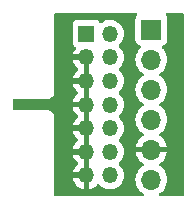
<source format=gbr>
%TF.GenerationSoftware,KiCad,Pcbnew,8.0.8-rc1*%
%TF.CreationDate,2026-02-12T14:51:53+09:00*%
%TF.ProjectId,jtag_14pa,6a746167-5f31-4347-9061-2e6b69636164,rev?*%
%TF.SameCoordinates,Original*%
%TF.FileFunction,Copper,L2,Bot*%
%TF.FilePolarity,Positive*%
%FSLAX46Y46*%
G04 Gerber Fmt 4.6, Leading zero omitted, Abs format (unit mm)*
G04 Created by KiCad (PCBNEW 8.0.8-rc1) date 2026-02-12 14:51:53*
%MOMM*%
%LPD*%
G01*
G04 APERTURE LIST*
%TA.AperFunction,ComponentPad*%
%ADD10R,1.700000X1.700000*%
%TD*%
%TA.AperFunction,ComponentPad*%
%ADD11O,1.700000X1.700000*%
%TD*%
%TA.AperFunction,ComponentPad*%
%ADD12R,1.350000X1.350000*%
%TD*%
%TA.AperFunction,ComponentPad*%
%ADD13O,1.350000X1.350000*%
%TD*%
G04 APERTURE END LIST*
D10*
%TO.P,J1,1,Pin_1*%
%TO.N,/TMS*%
X140500000Y-84150000D03*
D11*
%TO.P,J1,2,Pin_2*%
%TO.N,/TDI*%
X140500000Y-86690000D03*
%TO.P,J1,3,Pin_3*%
%TO.N,/TDO*%
X140500000Y-89230000D03*
%TO.P,J1,4,Pin_4*%
%TO.N,/TCK*%
X140500000Y-91770000D03*
%TO.P,J1,5,Pin_5*%
%TO.N,/GND*%
X140500000Y-94310000D03*
%TO.P,J1,6,Pin_6*%
%TO.N,/VDD*%
X140500000Y-96850000D03*
%TD*%
D12*
%TO.P,J2,1,Pin_1*%
%TO.N,unconnected-(J2-Pin_1-Pad1)*%
X135000000Y-84500000D03*
D13*
%TO.P,J2,2,Pin_2*%
%TO.N,/VDD*%
X137000000Y-84500000D03*
%TO.P,J2,3,Pin_3*%
%TO.N,/GND*%
X135000000Y-86500000D03*
%TO.P,J2,4,Pin_4*%
%TO.N,/TMS*%
X137000000Y-86500000D03*
%TO.P,J2,5,Pin_5*%
%TO.N,/GND*%
X135000000Y-88500000D03*
%TO.P,J2,6,Pin_6*%
%TO.N,/TCK*%
X137000000Y-88500000D03*
%TO.P,J2,7,Pin_7*%
%TO.N,/GND*%
X135000000Y-90500000D03*
%TO.P,J2,8,Pin_8*%
%TO.N,/TDO*%
X137000000Y-90500000D03*
%TO.P,J2,9,Pin_9*%
%TO.N,/GND*%
X135000000Y-92500000D03*
%TO.P,J2,10,Pin_10*%
%TO.N,/TDI*%
X137000000Y-92500000D03*
%TO.P,J2,11,Pin_11*%
%TO.N,/GND*%
X135000000Y-94500000D03*
%TO.P,J2,12,Pin_12*%
%TO.N,unconnected-(J2-Pin_12-Pad12)*%
X137000000Y-94500000D03*
%TO.P,J2,13,Pin_13*%
%TO.N,/GND*%
X135000000Y-96500000D03*
%TO.P,J2,14,Pin_14*%
%TO.N,unconnected-(J2-Pin_14-Pad14)*%
X137000000Y-96500000D03*
%TD*%
%TA.AperFunction,Conductor*%
%TO.N,/GND*%
G36*
X135250000Y-96184314D02*
G01*
X135245606Y-96179920D01*
X135154394Y-96127259D01*
X135052661Y-96100000D01*
X134947339Y-96100000D01*
X134845606Y-96127259D01*
X134754394Y-96179920D01*
X134750000Y-96184314D01*
X134750000Y-94815686D01*
X134754394Y-94820080D01*
X134845606Y-94872741D01*
X134947339Y-94900000D01*
X135052661Y-94900000D01*
X135154394Y-94872741D01*
X135245606Y-94820080D01*
X135250000Y-94815686D01*
X135250000Y-96184314D01*
G37*
%TD.AperFunction*%
%TA.AperFunction,Conductor*%
G36*
X135250000Y-94184314D02*
G01*
X135245606Y-94179920D01*
X135154394Y-94127259D01*
X135052661Y-94100000D01*
X134947339Y-94100000D01*
X134845606Y-94127259D01*
X134754394Y-94179920D01*
X134750000Y-94184314D01*
X134750000Y-92815686D01*
X134754394Y-92820080D01*
X134845606Y-92872741D01*
X134947339Y-92900000D01*
X135052661Y-92900000D01*
X135154394Y-92872741D01*
X135245606Y-92820080D01*
X135250000Y-92815686D01*
X135250000Y-94184314D01*
G37*
%TD.AperFunction*%
%TA.AperFunction,Conductor*%
G36*
X135250000Y-92184314D02*
G01*
X135245606Y-92179920D01*
X135154394Y-92127259D01*
X135052661Y-92100000D01*
X134947339Y-92100000D01*
X134845606Y-92127259D01*
X134754394Y-92179920D01*
X134750000Y-92184314D01*
X134750000Y-90815686D01*
X134754394Y-90820080D01*
X134845606Y-90872741D01*
X134947339Y-90900000D01*
X135052661Y-90900000D01*
X135154394Y-90872741D01*
X135245606Y-90820080D01*
X135250000Y-90815686D01*
X135250000Y-92184314D01*
G37*
%TD.AperFunction*%
%TA.AperFunction,Conductor*%
G36*
X135250000Y-90184314D02*
G01*
X135245606Y-90179920D01*
X135154394Y-90127259D01*
X135052661Y-90100000D01*
X134947339Y-90100000D01*
X134845606Y-90127259D01*
X134754394Y-90179920D01*
X134750000Y-90184314D01*
X134750000Y-88815686D01*
X134754394Y-88820080D01*
X134845606Y-88872741D01*
X134947339Y-88900000D01*
X135052661Y-88900000D01*
X135154394Y-88872741D01*
X135245606Y-88820080D01*
X135250000Y-88815686D01*
X135250000Y-90184314D01*
G37*
%TD.AperFunction*%
%TA.AperFunction,Conductor*%
G36*
X135250000Y-88184314D02*
G01*
X135245606Y-88179920D01*
X135154394Y-88127259D01*
X135052661Y-88100000D01*
X134947339Y-88100000D01*
X134845606Y-88127259D01*
X134754394Y-88179920D01*
X134750000Y-88184314D01*
X134750000Y-86815686D01*
X134754394Y-86820080D01*
X134845606Y-86872741D01*
X134947339Y-86900000D01*
X135052661Y-86900000D01*
X135154394Y-86872741D01*
X135245606Y-86820080D01*
X135250000Y-86815686D01*
X135250000Y-88184314D01*
G37*
%TD.AperFunction*%
%TA.AperFunction,Conductor*%
G36*
X139255468Y-82770185D02*
G01*
X139301223Y-82822989D01*
X139311167Y-82892147D01*
X139287695Y-82948811D01*
X139206206Y-83057664D01*
X139206202Y-83057671D01*
X139155908Y-83192517D01*
X139149501Y-83252116D01*
X139149501Y-83252123D01*
X139149500Y-83252135D01*
X139149500Y-85047870D01*
X139149501Y-85047876D01*
X139155908Y-85107483D01*
X139206202Y-85242328D01*
X139206206Y-85242335D01*
X139292452Y-85357544D01*
X139292455Y-85357547D01*
X139407664Y-85443793D01*
X139407671Y-85443797D01*
X139539081Y-85492810D01*
X139595015Y-85534681D01*
X139619432Y-85600145D01*
X139604580Y-85668418D01*
X139583430Y-85696673D01*
X139461503Y-85818600D01*
X139325965Y-86012169D01*
X139325964Y-86012171D01*
X139226098Y-86226335D01*
X139226094Y-86226344D01*
X139164938Y-86454586D01*
X139164936Y-86454596D01*
X139144341Y-86689999D01*
X139144341Y-86690000D01*
X139164936Y-86925403D01*
X139164938Y-86925413D01*
X139226094Y-87153655D01*
X139226096Y-87153659D01*
X139226097Y-87153663D01*
X139325965Y-87367830D01*
X139325967Y-87367834D01*
X139461501Y-87561395D01*
X139461506Y-87561402D01*
X139628597Y-87728493D01*
X139628603Y-87728498D01*
X139814158Y-87858425D01*
X139857783Y-87913002D01*
X139864977Y-87982500D01*
X139833454Y-88044855D01*
X139814158Y-88061575D01*
X139628597Y-88191505D01*
X139461505Y-88358597D01*
X139325965Y-88552169D01*
X139325964Y-88552171D01*
X139226098Y-88766335D01*
X139226094Y-88766344D01*
X139164938Y-88994586D01*
X139164936Y-88994596D01*
X139144341Y-89229999D01*
X139144341Y-89230000D01*
X139164936Y-89465403D01*
X139164938Y-89465413D01*
X139226094Y-89693655D01*
X139226096Y-89693659D01*
X139226097Y-89693663D01*
X139322547Y-89900500D01*
X139325965Y-89907830D01*
X139325967Y-89907834D01*
X139461501Y-90101395D01*
X139461506Y-90101402D01*
X139628597Y-90268493D01*
X139628603Y-90268498D01*
X139814158Y-90398425D01*
X139857783Y-90453002D01*
X139864977Y-90522500D01*
X139833454Y-90584855D01*
X139814158Y-90601575D01*
X139628597Y-90731505D01*
X139461505Y-90898597D01*
X139325965Y-91092169D01*
X139325964Y-91092171D01*
X139226098Y-91306335D01*
X139226094Y-91306344D01*
X139164938Y-91534586D01*
X139164936Y-91534596D01*
X139144341Y-91769999D01*
X139144341Y-91770000D01*
X139164936Y-92005403D01*
X139164938Y-92005413D01*
X139226094Y-92233655D01*
X139226096Y-92233659D01*
X139226097Y-92233663D01*
X139249141Y-92283081D01*
X139325965Y-92447830D01*
X139325967Y-92447834D01*
X139434281Y-92602521D01*
X139461505Y-92641401D01*
X139628599Y-92808495D01*
X139796813Y-92926280D01*
X139814594Y-92938730D01*
X139858219Y-92993307D01*
X139865413Y-93062805D01*
X139833890Y-93125160D01*
X139814595Y-93141880D01*
X139628922Y-93271890D01*
X139628920Y-93271891D01*
X139461891Y-93438920D01*
X139461886Y-93438926D01*
X139326400Y-93632420D01*
X139326399Y-93632422D01*
X139226570Y-93846507D01*
X139226567Y-93846513D01*
X139169364Y-94059999D01*
X139169364Y-94060000D01*
X140066988Y-94060000D01*
X140034075Y-94117007D01*
X140000000Y-94244174D01*
X140000000Y-94375826D01*
X140034075Y-94502993D01*
X140066988Y-94560000D01*
X139169364Y-94560000D01*
X139226567Y-94773486D01*
X139226570Y-94773492D01*
X139326399Y-94987578D01*
X139461894Y-95181082D01*
X139628917Y-95348105D01*
X139814595Y-95478119D01*
X139858219Y-95532696D01*
X139865412Y-95602195D01*
X139833890Y-95664549D01*
X139814595Y-95681269D01*
X139628594Y-95811508D01*
X139461505Y-95978597D01*
X139325965Y-96172169D01*
X139325964Y-96172171D01*
X139226098Y-96386335D01*
X139226094Y-96386344D01*
X139164938Y-96614586D01*
X139164936Y-96614596D01*
X139144341Y-96849999D01*
X139144341Y-96850000D01*
X139164936Y-97085403D01*
X139164938Y-97085413D01*
X139226094Y-97313655D01*
X139226096Y-97313659D01*
X139226097Y-97313663D01*
X139285795Y-97441685D01*
X139325965Y-97527830D01*
X139325967Y-97527834D01*
X139461501Y-97721395D01*
X139461506Y-97721402D01*
X139628597Y-97888493D01*
X139628603Y-97888498D01*
X139822013Y-98023925D01*
X139865638Y-98078502D01*
X139872832Y-98148000D01*
X139841309Y-98210355D01*
X139781079Y-98245769D01*
X139750890Y-98249500D01*
X132374500Y-98249500D01*
X132307461Y-98229815D01*
X132261706Y-98177011D01*
X132250500Y-98125500D01*
X132250500Y-91434110D01*
X132250500Y-91434108D01*
X132216392Y-91306814D01*
X132216115Y-91306335D01*
X132207563Y-91291521D01*
X132150500Y-91192686D01*
X132057314Y-91099500D01*
X132000250Y-91066554D01*
X131943187Y-91033608D01*
X131879539Y-91016554D01*
X131815892Y-90999500D01*
X131815891Y-90999500D01*
X128874500Y-90999500D01*
X128807461Y-90979815D01*
X128761706Y-90927011D01*
X128750500Y-90875500D01*
X128750500Y-90124500D01*
X128770185Y-90057461D01*
X128822989Y-90011706D01*
X128874500Y-90000500D01*
X131815890Y-90000500D01*
X131815892Y-90000500D01*
X131943186Y-89966392D01*
X132057314Y-89900500D01*
X132150500Y-89807314D01*
X132216392Y-89693186D01*
X132250500Y-89565892D01*
X132250500Y-83777135D01*
X133824500Y-83777135D01*
X133824500Y-85222870D01*
X133824501Y-85222876D01*
X133830908Y-85282483D01*
X133881202Y-85417328D01*
X133881206Y-85417335D01*
X133967452Y-85532544D01*
X133967455Y-85532547D01*
X134053504Y-85596964D01*
X134095375Y-85652898D01*
X134100359Y-85722589D01*
X134078148Y-85770956D01*
X133996714Y-85878792D01*
X133899651Y-86073719D01*
X133849494Y-86249999D01*
X133849495Y-86250000D01*
X134684314Y-86250000D01*
X134679920Y-86254394D01*
X134627259Y-86345606D01*
X134600000Y-86447339D01*
X134600000Y-86552661D01*
X134627259Y-86654394D01*
X134679920Y-86745606D01*
X134684314Y-86750000D01*
X133849495Y-86750000D01*
X133899651Y-86926280D01*
X133996715Y-87121208D01*
X134127945Y-87294986D01*
X134252315Y-87408363D01*
X134288597Y-87468074D01*
X134286836Y-87537921D01*
X134252315Y-87591637D01*
X134127945Y-87705013D01*
X133996715Y-87878791D01*
X133899651Y-88073719D01*
X133849494Y-88249999D01*
X133849495Y-88250000D01*
X134684314Y-88250000D01*
X134679920Y-88254394D01*
X134627259Y-88345606D01*
X134600000Y-88447339D01*
X134600000Y-88552661D01*
X134627259Y-88654394D01*
X134679920Y-88745606D01*
X134684314Y-88750000D01*
X133849495Y-88750000D01*
X133899651Y-88926280D01*
X133996715Y-89121208D01*
X134127945Y-89294986D01*
X134252315Y-89408363D01*
X134288597Y-89468074D01*
X134286836Y-89537921D01*
X134252315Y-89591637D01*
X134127945Y-89705013D01*
X133996715Y-89878791D01*
X133899651Y-90073719D01*
X133849494Y-90249999D01*
X133849495Y-90250000D01*
X134684314Y-90250000D01*
X134679920Y-90254394D01*
X134627259Y-90345606D01*
X134600000Y-90447339D01*
X134600000Y-90552661D01*
X134627259Y-90654394D01*
X134679920Y-90745606D01*
X134684314Y-90750000D01*
X133849495Y-90750000D01*
X133899651Y-90926280D01*
X133996715Y-91121208D01*
X134127945Y-91294986D01*
X134252315Y-91408363D01*
X134288597Y-91468074D01*
X134286836Y-91537921D01*
X134252315Y-91591637D01*
X134127945Y-91705013D01*
X133996715Y-91878791D01*
X133899651Y-92073719D01*
X133849494Y-92249999D01*
X133849495Y-92250000D01*
X134684314Y-92250000D01*
X134679920Y-92254394D01*
X134627259Y-92345606D01*
X134600000Y-92447339D01*
X134600000Y-92552661D01*
X134627259Y-92654394D01*
X134679920Y-92745606D01*
X134684314Y-92750000D01*
X133849495Y-92750000D01*
X133899651Y-92926280D01*
X133996715Y-93121208D01*
X134127945Y-93294986D01*
X134252315Y-93408363D01*
X134288597Y-93468074D01*
X134286836Y-93537921D01*
X134252315Y-93591637D01*
X134127945Y-93705013D01*
X133996715Y-93878791D01*
X133899651Y-94073719D01*
X133849494Y-94249999D01*
X133849495Y-94250000D01*
X134684314Y-94250000D01*
X134679920Y-94254394D01*
X134627259Y-94345606D01*
X134600000Y-94447339D01*
X134600000Y-94552661D01*
X134627259Y-94654394D01*
X134679920Y-94745606D01*
X134684314Y-94750000D01*
X133849495Y-94750000D01*
X133899651Y-94926280D01*
X133996715Y-95121208D01*
X134127945Y-95294986D01*
X134252315Y-95408363D01*
X134288597Y-95468074D01*
X134286836Y-95537921D01*
X134252315Y-95591637D01*
X134127945Y-95705013D01*
X133996715Y-95878791D01*
X133899651Y-96073719D01*
X133849494Y-96249999D01*
X133849495Y-96250000D01*
X134684314Y-96250000D01*
X134679920Y-96254394D01*
X134627259Y-96345606D01*
X134600000Y-96447339D01*
X134600000Y-96552661D01*
X134627259Y-96654394D01*
X134679920Y-96745606D01*
X134684314Y-96750000D01*
X133849495Y-96750000D01*
X133899651Y-96926280D01*
X133996715Y-97121208D01*
X134127945Y-97294985D01*
X134288868Y-97441685D01*
X134474012Y-97556322D01*
X134474023Y-97556327D01*
X134677060Y-97634984D01*
X134750000Y-97648619D01*
X134750000Y-96815686D01*
X134754394Y-96820080D01*
X134845606Y-96872741D01*
X134947339Y-96900000D01*
X135052661Y-96900000D01*
X135154394Y-96872741D01*
X135245606Y-96820080D01*
X135250000Y-96815686D01*
X135250000Y-97648619D01*
X135322939Y-97634984D01*
X135525976Y-97556327D01*
X135525987Y-97556322D01*
X135711130Y-97441685D01*
X135711131Y-97441685D01*
X135872055Y-97294984D01*
X135900730Y-97257012D01*
X135956838Y-97215374D01*
X136026550Y-97210681D01*
X136087733Y-97244422D01*
X136098640Y-97257009D01*
X136117512Y-97282000D01*
X136127573Y-97295322D01*
X136288568Y-97442088D01*
X136288575Y-97442092D01*
X136288576Y-97442093D01*
X136473786Y-97556770D01*
X136473792Y-97556773D01*
X136496664Y-97565633D01*
X136676931Y-97635470D01*
X136891074Y-97675500D01*
X136891076Y-97675500D01*
X137108924Y-97675500D01*
X137108926Y-97675500D01*
X137323069Y-97635470D01*
X137526210Y-97556772D01*
X137711432Y-97442088D01*
X137872427Y-97295322D01*
X138003712Y-97121472D01*
X138100817Y-96926459D01*
X138160435Y-96716923D01*
X138180536Y-96500000D01*
X138160435Y-96283077D01*
X138100817Y-96073541D01*
X138003712Y-95878528D01*
X137872427Y-95704678D01*
X137748423Y-95591634D01*
X137712145Y-95531927D01*
X137713905Y-95462079D01*
X137748423Y-95408365D01*
X137872427Y-95295322D01*
X138003712Y-95121472D01*
X138100817Y-94926459D01*
X138160435Y-94716923D01*
X138180536Y-94500000D01*
X138160435Y-94283077D01*
X138100817Y-94073541D01*
X138003712Y-93878528D01*
X137872427Y-93704678D01*
X137748423Y-93591634D01*
X137712145Y-93531927D01*
X137713905Y-93462079D01*
X137748423Y-93408365D01*
X137872427Y-93295322D01*
X138003712Y-93121472D01*
X138100817Y-92926459D01*
X138160435Y-92716923D01*
X138180536Y-92500000D01*
X138160435Y-92283077D01*
X138100817Y-92073541D01*
X138003712Y-91878528D01*
X137872427Y-91704678D01*
X137748423Y-91591634D01*
X137712145Y-91531927D01*
X137713905Y-91462079D01*
X137748423Y-91408365D01*
X137872427Y-91295322D01*
X138003712Y-91121472D01*
X138100817Y-90926459D01*
X138160435Y-90716923D01*
X138180536Y-90500000D01*
X138160435Y-90283077D01*
X138100817Y-90073541D01*
X138003712Y-89878528D01*
X137872427Y-89704678D01*
X137748423Y-89591634D01*
X137712145Y-89531927D01*
X137713905Y-89462079D01*
X137748423Y-89408365D01*
X137872427Y-89295322D01*
X138003712Y-89121472D01*
X138100817Y-88926459D01*
X138160435Y-88716923D01*
X138180536Y-88500000D01*
X138160435Y-88283077D01*
X138100817Y-88073541D01*
X138003712Y-87878528D01*
X137872427Y-87704678D01*
X137748423Y-87591634D01*
X137712145Y-87531927D01*
X137713905Y-87462079D01*
X137748423Y-87408365D01*
X137872427Y-87295322D01*
X138003712Y-87121472D01*
X138100817Y-86926459D01*
X138160435Y-86716923D01*
X138180536Y-86500000D01*
X138160435Y-86283077D01*
X138100817Y-86073541D01*
X138003712Y-85878528D01*
X137872427Y-85704678D01*
X137748423Y-85591634D01*
X137712145Y-85531927D01*
X137713905Y-85462079D01*
X137748423Y-85408365D01*
X137872427Y-85295322D01*
X138003712Y-85121472D01*
X138100817Y-84926459D01*
X138160435Y-84716923D01*
X138180536Y-84500000D01*
X138160435Y-84283077D01*
X138100817Y-84073541D01*
X138003712Y-83878528D01*
X137872427Y-83704678D01*
X137845016Y-83679690D01*
X137755996Y-83598537D01*
X137711432Y-83557912D01*
X137711428Y-83557909D01*
X137711423Y-83557906D01*
X137526213Y-83443229D01*
X137526207Y-83443226D01*
X137441113Y-83410260D01*
X137323069Y-83364530D01*
X137108926Y-83324500D01*
X136891074Y-83324500D01*
X136676931Y-83364530D01*
X136633896Y-83381202D01*
X136473792Y-83443226D01*
X136473786Y-83443229D01*
X136288565Y-83557913D01*
X136277585Y-83567923D01*
X136214780Y-83598537D01*
X136145393Y-83590336D01*
X136094785Y-83550594D01*
X136068848Y-83515948D01*
X136032546Y-83467454D01*
X136032544Y-83467453D01*
X136032544Y-83467452D01*
X135917335Y-83381206D01*
X135917328Y-83381202D01*
X135782482Y-83330908D01*
X135782483Y-83330908D01*
X135722883Y-83324501D01*
X135722881Y-83324500D01*
X135722873Y-83324500D01*
X135722864Y-83324500D01*
X134277129Y-83324500D01*
X134277123Y-83324501D01*
X134217516Y-83330908D01*
X134082671Y-83381202D01*
X134082664Y-83381206D01*
X133967455Y-83467452D01*
X133967452Y-83467455D01*
X133881206Y-83582664D01*
X133881202Y-83582671D01*
X133830908Y-83717517D01*
X133824501Y-83777116D01*
X133824500Y-83777135D01*
X132250500Y-83777135D01*
X132250500Y-82874500D01*
X132270185Y-82807461D01*
X132322989Y-82761706D01*
X132374500Y-82750500D01*
X139188429Y-82750500D01*
X139255468Y-82770185D01*
G37*
%TD.AperFunction*%
%TA.AperFunction,Conductor*%
G36*
X143192539Y-82770185D02*
G01*
X143238294Y-82822989D01*
X143249500Y-82874500D01*
X143249500Y-98125500D01*
X143229815Y-98192539D01*
X143177011Y-98238294D01*
X143125500Y-98249500D01*
X141249110Y-98249500D01*
X141182071Y-98229815D01*
X141136316Y-98177011D01*
X141126372Y-98107853D01*
X141155397Y-98044297D01*
X141177987Y-98023925D01*
X141371401Y-97888495D01*
X141538495Y-97721401D01*
X141674035Y-97527830D01*
X141773903Y-97313663D01*
X141835063Y-97085408D01*
X141855659Y-96850000D01*
X141835063Y-96614592D01*
X141773903Y-96386337D01*
X141674035Y-96172171D01*
X141642588Y-96127259D01*
X141538494Y-95978597D01*
X141371402Y-95811506D01*
X141371401Y-95811505D01*
X141185405Y-95681269D01*
X141141781Y-95626692D01*
X141134588Y-95557193D01*
X141166110Y-95494839D01*
X141185405Y-95478119D01*
X141371082Y-95348105D01*
X141538105Y-95181082D01*
X141673600Y-94987578D01*
X141773429Y-94773492D01*
X141773432Y-94773486D01*
X141830636Y-94560000D01*
X140933012Y-94560000D01*
X140965925Y-94502993D01*
X141000000Y-94375826D01*
X141000000Y-94244174D01*
X140965925Y-94117007D01*
X140933012Y-94060000D01*
X141830636Y-94060000D01*
X141830635Y-94059999D01*
X141773432Y-93846513D01*
X141773429Y-93846507D01*
X141673600Y-93632422D01*
X141673599Y-93632420D01*
X141538113Y-93438926D01*
X141538108Y-93438920D01*
X141371078Y-93271890D01*
X141185405Y-93141879D01*
X141141780Y-93087302D01*
X141134588Y-93017804D01*
X141166110Y-92955449D01*
X141185406Y-92938730D01*
X141371401Y-92808495D01*
X141538495Y-92641401D01*
X141674035Y-92447830D01*
X141773903Y-92233663D01*
X141835063Y-92005408D01*
X141855659Y-91770000D01*
X141835063Y-91534592D01*
X141773903Y-91306337D01*
X141674035Y-91092171D01*
X141609147Y-90999500D01*
X141538494Y-90898597D01*
X141371402Y-90731506D01*
X141371396Y-90731501D01*
X141185842Y-90601575D01*
X141142217Y-90546998D01*
X141135023Y-90477500D01*
X141166546Y-90415145D01*
X141185842Y-90398425D01*
X141261275Y-90345606D01*
X141371401Y-90268495D01*
X141538495Y-90101401D01*
X141674035Y-89907830D01*
X141773903Y-89693663D01*
X141835063Y-89465408D01*
X141855659Y-89230000D01*
X141835063Y-88994592D01*
X141773903Y-88766337D01*
X141674035Y-88552171D01*
X141600632Y-88447339D01*
X141538494Y-88358597D01*
X141371402Y-88191506D01*
X141371396Y-88191501D01*
X141185842Y-88061575D01*
X141142217Y-88006998D01*
X141135023Y-87937500D01*
X141166546Y-87875145D01*
X141185842Y-87858425D01*
X141208026Y-87842891D01*
X141371401Y-87728495D01*
X141538495Y-87561401D01*
X141674035Y-87367830D01*
X141773903Y-87153663D01*
X141835063Y-86925408D01*
X141855659Y-86690000D01*
X141835063Y-86454592D01*
X141773903Y-86226337D01*
X141674035Y-86012171D01*
X141580642Y-85878792D01*
X141538496Y-85818600D01*
X141490852Y-85770956D01*
X141416567Y-85696671D01*
X141383084Y-85635351D01*
X141388068Y-85565659D01*
X141429939Y-85509725D01*
X141460915Y-85492810D01*
X141592331Y-85443796D01*
X141707546Y-85357546D01*
X141793796Y-85242331D01*
X141844091Y-85107483D01*
X141850500Y-85047873D01*
X141850499Y-83252128D01*
X141844091Y-83192517D01*
X141793796Y-83057669D01*
X141793795Y-83057668D01*
X141793793Y-83057664D01*
X141712305Y-82948811D01*
X141687887Y-82883347D01*
X141702738Y-82815074D01*
X141752143Y-82765668D01*
X141811571Y-82750500D01*
X143125500Y-82750500D01*
X143192539Y-82770185D01*
G37*
%TD.AperFunction*%
%TD*%
M02*

</source>
